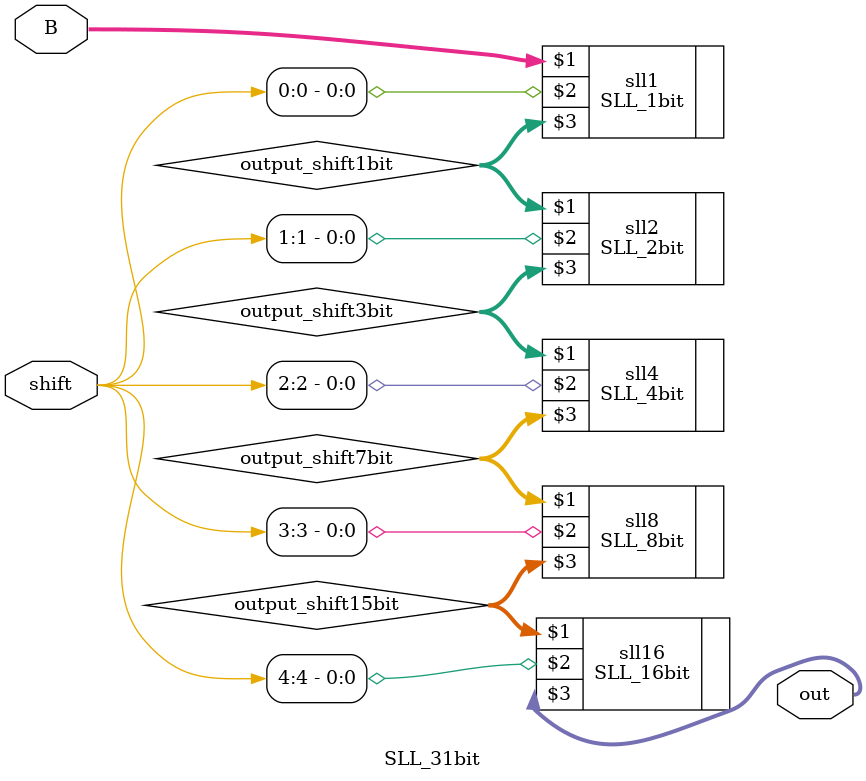
<source format=v>
module SLL_31bit(B, shift, out);
	input[31:0] B;
	input[4:0] shift;
	output[31:0] out;
	wire[31:0] output_shift1bit;
	wire[31:0] output_shift3bit;
	wire[31:0] output_shift7bit;
	wire[31:0] output_shift15bit;
	
SLL_1bit sll1(B[31:0], shift[0], output_shift1bit[31:0]);
SLL_2bit sll2(output_shift1bit[31:0], shift[1], output_shift3bit[31:0]);
SLL_4bit sll4(output_shift3bit[31:0], shift[2], output_shift7bit[31:0]);
SLL_8bit sll8(output_shift7bit[31:0], shift[3], output_shift15bit[31:0]);
SLL_16bit sll16(output_shift15bit[31:0], shift[4], out[31:0]);



//SLL_1bit sll2(output_shift1bit[31:0], shift[1], output_shift3bit[31:0]);
//SLL_1bit sll3(output_shift3bit[31:0], shift[2], output_shift7bit[31:0]);
//SLL_1bit sll4(output_shift7bit[31:0], shift[3], output_shift15bit[31:0]);
//SLL_1bit sll5(output_shift15bit[31:0], shift[4], out[31:0]);

	
endmodule

</source>
